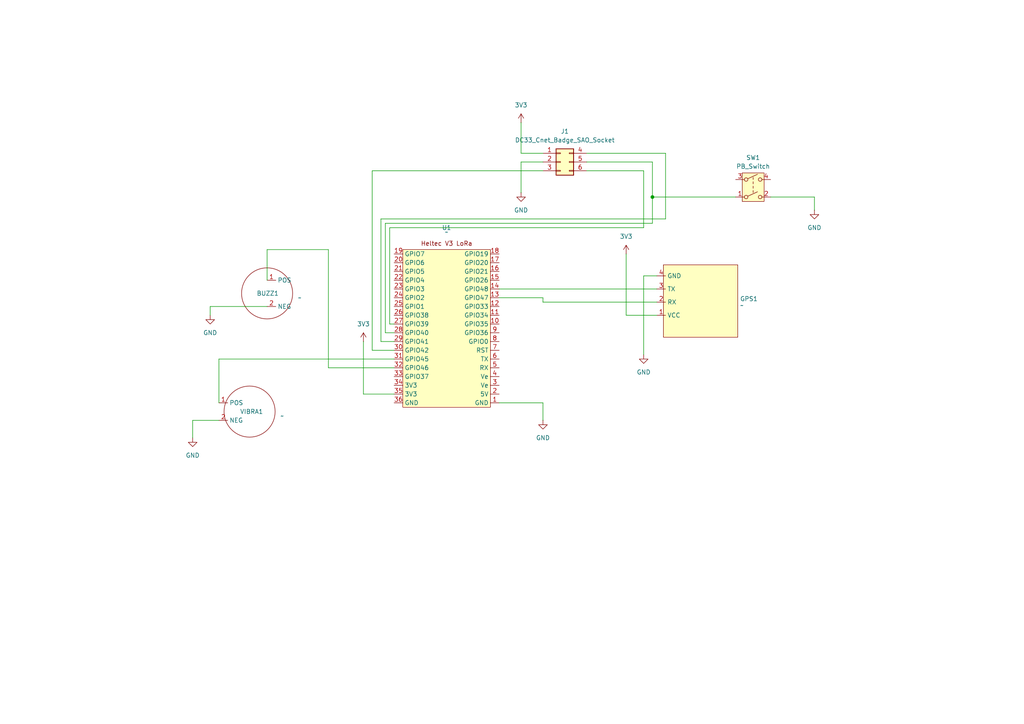
<source format=kicad_sch>
(kicad_sch (version 20250114) (generator "eeschema") (generator_version "9.0")
  (paper "A4")
  (lib_symbols
    (symbol "DC33_Cnet_Badge:DC33_Cnet_Badge_Buzzer"
      (property "Reference" "BUZZ" (at 0 0 0))
      (property "Footprint" "DC33_Cnet_Badge_Main:DC33_Cnet_Badge_Buzzer" (at 0.762 -12.446 0))
      (symbol "DC33_Cnet_Badge_Buzzer_0_1"
        (circle (center 0 0) (radius 7.4053))
      )
      (symbol "DC33_Cnet_Badge_Buzzer_1_1"
        (pin input line (at 0 3.81 0) (length 2.54) (name "POS") (number "1"))
        (pin input line (at 0 -3.81 0) (length 2.54) (name "NEG") (number "2"))
      )
    )
    (symbol "DC33_Cnet_Badge:DC33_Cnet_Badge_HiLetgo_GPS"
      (property "Reference" "GPS" (at 0 0 0))
      (symbol "DC33_Cnet_Badge_HiLetgo_GPS_1_1"
        (rectangle (start -10.795 10.795) (end 10.795 -10.16) (fill (type background)))
        (pin power_in line (at -12.7 7.62 0) (length 2.54) (name "GND") (number "4"))
        (pin output line (at -12.7 3.81 0) (length 2.54) (name "TX") (number "3"))
        (pin input line (at -12.7 0 0) (length 2.54) (name "RX") (number "2"))
        (pin power_in line (at -12.7 -3.81 0) (length 2.54) (name "VCC") (number "1"))
      )
    )
    (symbol "DC33_Cnet_Badge:DC33_Cnet_Badge_SAO_Socket" (pin_names (offset 1.016) (hide yes))
      (property "Reference" "J" (at 1.27 5.08 0))
      (property "Value" "DC33_Cnet_Badge_SAO_Socket" (at 1.27 -5.08 0))
      (symbol "DC33_Cnet_Badge_SAO_Socket_1_1"
        (rectangle (start -1.27 3.81) (end 3.81 -3.81) (stroke (width 0.254)) (fill (type background)))
        (rectangle (start -1.27 2.667) (end 0 2.413) (stroke (width 0.1524)))
        (rectangle (start -1.27 0.127) (end 0 -0.127) (stroke (width 0.1524)))
        (rectangle (start -1.27 -2.413) (end 0 -2.667) (stroke (width 0.1524)))
        (rectangle (start 3.81 2.667) (end 2.54 2.413) (stroke (width 0.1524)))
        (rectangle (start 3.81 0.127) (end 2.54 -0.127) (stroke (width 0.1524)))
        (rectangle (start 3.81 -2.413) (end 2.54 -2.667) (stroke (width 0.1524)))
        (pin power_in line (at -5.08 2.54 0) (length 3.81) (name "+3.3V") (number "1"))
        (pin power_in line (at -5.08 0 0) (length 3.81) (name "GND") (number "2"))
        (pin bidirectional line (at -5.08 -2.54 0) (length 3.81) (name "SDA") (number "3"))
        (pin bidirectional line (at 7.62 2.54 180) (length 3.81) (name "SCL") (number "4"))
        (pin bidirectional line (at 7.62 0 180) (length 3.81) (name "GPIO1") (number "5"))
        (pin bidirectional line (at 7.62 -2.54 180) (length 3.81) (name "GPIO2") (number "6"))
      )
    )
    (symbol "DC33_Cnet_Badge:DC33_Cnet_Badge_Vibra"
      (property "Reference" "VIBRA" (at 0 0 0))
      (symbol "DC33_Cnet_Badge_Vibra_0_1"
        (circle (center 0 0) (radius 7.4053))
      )
      (symbol "DC33_Cnet_Badge_Vibra_1_1"
        (pin input line (at -8.89 2.54 0) (length 2.54) (name "POS") (number "1"))
        (pin input line (at -8.89 -2.54 0) (length 2.54) (name "NEG") (number "2"))
      )
    )
    (symbol "DC33_Cnet_Badge:Heltec_V3_LoRa"
      (property "Reference" "U" (at 0 26.924 0))
      (symbol "Heltec_V3_LoRa_1_1"
        (rectangle (start -12.7 22.86) (end 12.7 -22.86) (fill (type background)))
        (text "Heltec V3 LoRa" (at 0 24.638 0) (effects (font (size 1.27 1.27))))
        (pin bidirectional line (at -15.24 21.59 0) (length 2.54) (name "GPIO7") (number "19"))
        (pin bidirectional line (at -15.24 19.05 0) (length 2.54) (name "GPIO6") (number "20"))
        (pin bidirectional line (at -15.24 16.51 0) (length 2.54) (name "GPIO5") (number "21"))
        (pin bidirectional line (at -15.24 13.97 0) (length 2.54) (name "GPIO4") (number "22"))
        (pin bidirectional line (at -15.24 11.43 0) (length 2.54) (name "GPIO3") (number "23"))
        (pin bidirectional line (at -15.24 8.89 0) (length 2.54) (name "GPIO2") (number "24"))
        (pin bidirectional line (at -15.24 6.35 0) (length 2.54) (name "GPIO1") (number "25"))
        (pin bidirectional line (at -15.24 3.81 0) (length 2.54) (name "GPIO38") (number "26"))
        (pin bidirectional line (at -15.24 1.27 0) (length 2.54) (name "GPIO39") (number "27"))
        (pin bidirectional line (at -15.24 -1.27 0) (length 2.54) (name "GPIO40") (number "28"))
        (pin bidirectional line (at -15.24 -3.81 0) (length 2.54) (name "GPIO41") (number "29"))
        (pin bidirectional line (at -15.24 -6.35 0) (length 2.54) (name "GPIO42") (number "30"))
        (pin bidirectional line (at -15.24 -8.89 0) (length 2.54) (name "GPIO45") (number "31"))
        (pin bidirectional line (at -15.24 -11.43 0) (length 2.54) (name "GPIO46") (number "32"))
        (pin bidirectional line (at -15.24 -13.97 0) (length 2.54) (name "GPIO37") (number "33"))
        (pin power_in line (at -15.24 -16.51 0) (length 2.54) (name "3V3") (number "34"))
        (pin power_in line (at -15.24 -19.05 0) (length 2.54) (name "3V3") (number "35"))
        (pin power_in line (at -15.24 -21.59 0) (length 2.54) (name "GND") (number "36"))
        (pin bidirectional line (at 15.24 21.59 180) (length 2.54) (name "GPIO19") (number "18"))
        (pin bidirectional line (at 15.24 19.05 180) (length 2.54) (name "GPIO20") (number "17"))
        (pin bidirectional line (at 15.24 16.51 180) (length 2.54) (name "GPIO21") (number "16"))
        (pin bidirectional line (at 15.24 13.97 180) (length 2.54) (name "GPIO26") (number "15"))
        (pin bidirectional line (at 15.24 11.43 180) (length 2.54) (name "GPIO48") (number "14"))
        (pin bidirectional line (at 15.24 8.89 180) (length 2.54) (name "GPIO47") (number "13"))
        (pin bidirectional line (at 15.24 6.35 180) (length 2.54) (name "GPIO33") (number "12"))
        (pin bidirectional line (at 15.24 3.81 180) (length 2.54) (name "GPIO34") (number "11"))
        (pin bidirectional line (at 15.24 1.27 180) (length 2.54) (name "GPIO35") (number "10"))
        (pin bidirectional line (at 15.24 -1.27 180) (length 2.54) (name "GPIO36") (number "9"))
        (pin bidirectional line (at 15.24 -3.81 180) (length 2.54) (name "GPIO0") (number "8"))
        (pin input line (at 15.24 -6.35 180) (length 2.54) (name "RST") (number "7"))
        (pin output line (at 15.24 -8.89 180) (length 2.54) (name "TX") (number "6"))
        (pin input line (at 15.24 -11.43 180) (length 2.54) (name "RX") (number "5"))
        (pin power_in line (at 15.24 -13.97 180) (length 2.54) (name "Ve") (number "4"))
        (pin power_in line (at 15.24 -16.51 180) (length 2.54) (name "Ve") (number "3"))
        (pin power_in line (at 15.24 -19.05 180) (length 2.54) (name "5V") (number "2"))
        (pin power_in line (at 15.24 -21.59 180) (length 2.54) (name "GND") (number "1"))
      )
    )
    (symbol "DC33_Cnet_Badge:PB_Switch" (pin_names (offset 0) (hide yes))
      (property "Reference" "SW" (at 0 6.35 0))
      (property "Value" "PB_Switch" (at 0 -5.08 0))
      (symbol "PB_Switch_0_0"
        (circle (center -2.032 2.54) (radius 0.508))
        (circle (center -2.032 -2.54) (radius 0.508))
        (polyline (pts (xy -1.524 2.794) (xy 1.27 4.064)))
        (polyline (pts (xy -1.524 -2.286) (xy 1.27 -1.016)))
        (polyline (pts (xy 0 2.54) (xy 0 3.175)))
        (polyline (pts (xy 0 1.27) (xy 0 1.905)))
        (polyline (pts (xy 0 0) (xy 0 0.635)))
        (polyline (pts (xy 0 -1.27) (xy 0 -0.635)))
        (circle (center 2.032 2.54) (radius 0.508))
        (circle (center 2.032 -2.54) (radius 0.508))
      )
      (symbol "PB_Switch_1_1"
        (rectangle (start -3.175 4.445) (end 3.175 -3.81) (fill (type background)))
        (pin passive line (at -5.08 2.54 0) (length 2.54) (name "3") (number "3"))
        (pin passive line (at -5.08 -2.54 0) (length 2.54) (name "1") (number "1"))
        (pin passive line (at 5.08 2.54 180) (length 2.54) (name "4") (number "4"))
        (pin passive line (at 5.08 -2.54 180) (length 2.54) (name "2") (number "2"))
      )
    )
    (symbol "power:GND" (power) (pin_numbers (hide yes)) (pin_names (offset 0) (hide yes))
      (property "Value" "GND" (at 0 -3.81 0))
      (symbol "GND_0_1"
        (polyline (pts (xy 0 0) (xy 0 -1.27) (xy 1.27 -1.27) (xy 0 -2.54) (xy -1.27 -1.27) (xy 0 -1.27)))
      )
      (symbol "GND_1_1"
        (pin power_in line (at 0 0 270) (length 0) (name "~") (number "1"))
      )
    )
    (symbol "power:VCC" (power) (pin_numbers (hide yes)) (pin_names (offset 0) (hide yes))
      (property "Value" "VCC" (at 0 3.556 0))
      (symbol "VCC_0_1"
        (polyline (pts (xy -0.762 1.27) (xy 0 2.54)))
        (polyline (pts (xy 0 2.54) (xy 0.762 1.27)))
        (polyline (pts (xy 0 0) (xy 0 2.54)))
      )
      (symbol "VCC_1_1"
        (pin power_in line (at 0 0 90) (length 0) (name "~") (number "1"))
      )
    )
  )
  (junction (at 189.23 57.15))
  (wire (pts (xy 114.3 101.6) (xy 107.95 101.6)))
  (wire (pts (xy 95.25 72.39) (xy 77.47 72.39)))
  (wire (pts (xy 157.48 44.45) (xy 151.13 44.45)))
  (wire (pts (xy 113.03 93.98) (xy 113.03 66.04)))
  (wire (pts (xy 60.96 88.9) (xy 60.96 91.44)))
  (wire (pts (xy 77.47 72.39) (xy 77.47 81.28)))
  (wire (pts (xy 95.25 106.68) (xy 95.25 72.39)))
  (wire (pts (xy 63.5 121.92) (xy 55.88 121.92)))
  (wire (pts (xy 157.48 46.99) (xy 151.13 46.99)))
  (wire (pts (xy 189.23 64.77) (xy 189.23 57.15)))
  (wire (pts (xy 113.03 66.04) (xy 186.69 66.04)))
  (wire (pts (xy 114.3 96.52) (xy 111.76 96.52)))
  (wire (pts (xy 181.61 73.66) (xy 181.61 91.44)))
  (wire (pts (xy 144.78 83.82) (xy 190.5 83.82)))
  (wire (pts (xy 157.48 116.84) (xy 157.48 121.92)))
  (wire (pts (xy 189.23 46.99) (xy 170.18 46.99)))
  (wire (pts (xy 157.48 87.63) (xy 190.5 87.63)))
  (wire (pts (xy 186.69 80.01) (xy 186.69 102.87)))
  (wire (pts (xy 95.25 106.68) (xy 114.3 106.68)))
  (wire (pts (xy 157.48 87.63) (xy 157.48 86.36)))
  (wire (pts (xy 223.52 57.15) (xy 236.22 57.15)))
  (wire (pts (xy 111.76 96.52) (xy 111.76 64.77)))
  (wire (pts (xy 110.49 63.5) (xy 193.04 63.5)))
  (wire (pts (xy 55.88 121.92) (xy 55.88 127)))
  (wire (pts (xy 190.5 80.01) (xy 186.69 80.01)))
  (wire (pts (xy 77.47 88.9) (xy 60.96 88.9)))
  (wire (pts (xy 186.69 66.04) (xy 186.69 49.53)))
  (wire (pts (xy 63.5 104.14) (xy 63.5 116.84)))
  (wire (pts (xy 144.78 116.84) (xy 157.48 116.84)))
  (wire (pts (xy 105.41 114.3) (xy 105.41 99.06)))
  (wire (pts (xy 151.13 44.45) (xy 151.13 35.56)))
  (wire (pts (xy 114.3 93.98) (xy 113.03 93.98)))
  (wire (pts (xy 236.22 57.15) (xy 236.22 60.96)))
  (wire (pts (xy 193.04 63.5) (xy 193.04 44.45)))
  (wire (pts (xy 107.95 101.6) (xy 107.95 49.53)))
  (wire (pts (xy 189.23 57.15) (xy 213.36 57.15)))
  (wire (pts (xy 63.5 104.14) (xy 114.3 104.14)))
  (wire (pts (xy 114.3 114.3) (xy 105.41 114.3)))
  (wire (pts (xy 151.13 46.99) (xy 151.13 55.88)))
  (wire (pts (xy 110.49 99.06) (xy 110.49 63.5)))
  (wire (pts (xy 190.5 91.44) (xy 181.61 91.44)))
  (wire (pts (xy 193.04 44.45) (xy 170.18 44.45)))
  (wire (pts (xy 189.23 57.15) (xy 189.23 46.99)))
  (wire (pts (xy 114.3 99.06) (xy 110.49 99.06)))
  (wire (pts (xy 157.48 86.36) (xy 144.78 86.36)))
  (wire (pts (xy 111.76 64.77) (xy 189.23 64.77)))
  (wire (pts (xy 186.69 49.53) (xy 170.18 49.53)))
  (wire (pts (xy 107.95 49.53) (xy 157.48 49.53)))
  (symbol (lib_id "DC33_Cnet_Badge:DC33_Cnet_Badge_HiLetgo_GPS") (at 203.2 87.63 0) (unit 1)
    (property "Reference" "GPS1" (at 214.63 86.6774 0) (effects (justify left)))
    (property "Value" "~" (at 214.63 88.5825 0) (effects (justify left)))
    (property "Footprint" "DC33_Cnet_Badge_Main:DC33_Cnet_Badge_HiLetgo_GPS" (effects (hide yes)))
  )
  (symbol (lib_id "power:GND") (at 157.48 121.92 0) (unit 1)
    (property "Reference" "#PWR07" (effects (hide yes)))
    (property "Value" "GND" (at 157.48 127 0))
    (property "Description" "Power symbol creates a global label with name \"GND\" , ground" (effects (hide yes)))
  )
  (symbol (lib_id "power:GND") (at 236.22 60.96 0) (unit 1)
    (property "Reference" "#PWR09" (effects (hide yes)))
    (property "Value" "GND" (at 236.22 66.04 0))
    (property "Description" "Power symbol creates a global label with name \"GND\" , ground" (effects (hide yes)))
  )
  (symbol (lib_id "power:VCC") (at 181.61 73.66 0) (unit 1)
    (property "Reference" "#PWR02" (effects (hide yes)))
    (property "Value" "3V3" (at 181.61 68.58 0))
    (property "Description" "Power symbol creates a global label with name \"VCC\"" (effects (hide yes)))
  )
  (symbol (lib_id "DC33_Cnet_Badge:DC33_Cnet_Badge_SAO_Socket") (at 162.56 46.99 0) (unit 1)
    (property "Reference" "J1" (at 163.83 38.1 0))
    (property "Value" "DC33_Cnet_Badge_SAO_Socket" (at 163.83 40.64 0))
    (property "Footprint" "DC33_Cnet_Badge_Main:DC33_Cnet_Badge_SAO_Socket" (effects (hide yes)))
    (property "Description" "Generic connector, double row, 02x03, top/bottom pin numbering scheme (row 1: 1...pins_per_row, row2: pins_per_row+1 ... num_pins), script generated (kicad-library-utils/schlib/autogen/connector/)" (effects (hide yes)))
  )
  (symbol (lib_id "DC33_Cnet_Badge:PB_Switch") (at 218.44 54.61 0) (unit 1)
    (property "Reference" "SW1" (at 218.44 45.72 0))
    (property "Value" "PB_Switch" (at 218.44 48.26 0))
    (property "Footprint" "DC33_Cnet_Badge_Main:PB_Switch" (effects (hide yes)))
    (property "Description" "Double Pole Single Throw (DPST) Switch" (effects (hide yes)))
  )
  (symbol (lib_id "DC33_Cnet_Badge:DC33_Cnet_Badge_Buzzer") (at 77.47 85.09 0) (unit 1)
    (property "Reference" "BUZZ1" (at 74.422 85.09 0) (effects (justify left)))
    (property "Value" "~" (at 86.36 86.36 0) (effects (justify left)))
    (property "Footprint" "DC33_Cnet_Badge_Main:DC33_Cnet_Badge_Buzzer" (effects (hide yes)))
  )
  (symbol (lib_id "DC33_Cnet_Badge:Heltec_V3_LoRa") (at 129.54 95.25 0) (unit 1)
    (property "Reference" "U1" (at 129.54 66.04 0))
    (property "Value" "~" (at 129.54 67.31 0))
    (property "Footprint" "DC33_Cnet_Badge_Main:DC33_Cnet_Badge_Heltec_V3_LoRa" (effects (hide yes)))
  )
  (symbol (lib_id "power:VCC") (at 105.41 99.06 0) (unit 1)
    (property "Reference" "#PWR01" (effects (hide yes)))
    (property "Value" "3V3" (at 105.41 93.98 0))
    (property "Description" "Power symbol creates a global label with name \"VCC\"" (effects (hide yes)))
  )
  (symbol (lib_id "power:GND") (at 151.13 55.88 0) (unit 1)
    (property "Reference" "#PWR08" (effects (hide yes)))
    (property "Value" "GND" (at 151.13 60.96 0))
    (property "Description" "Power symbol creates a global label with name \"GND\" , ground" (effects (hide yes)))
  )
  (symbol (lib_id "power:GND") (at 55.88 127 0) (unit 1)
    (property "Reference" "#PWR03" (effects (hide yes)))
    (property "Value" "GND" (at 55.88 132.08 0))
    (property "Description" "Power symbol creates a global label with name \"GND\" , ground" (effects (hide yes)))
  )
  (symbol (lib_id "power:GND") (at 60.96 91.44 0) (unit 1)
    (property "Reference" "#PWR04" (effects (hide yes)))
    (property "Value" "GND" (at 60.96 96.52 0))
    (property "Description" "Power symbol creates a global label with name \"GND\" , ground" (effects (hide yes)))
  )
  (symbol (lib_id "power:GND") (at 186.69 102.87 0) (unit 1)
    (property "Reference" "#PWR05" (effects (hide yes)))
    (property "Value" "GND" (at 186.69 107.95 0))
    (property "Description" "Power symbol creates a global label with name \"GND\" , ground" (effects (hide yes)))
  )
  (symbol (lib_id "power:VCC") (at 151.13 35.56 0) (unit 1)
    (property "Reference" "#PWR06" (effects (hide yes)))
    (property "Value" "3V3" (at 151.13 30.48 0))
    (property "Description" "Power symbol creates a global label with name \"VCC\"" (effects (hide yes)))
  )
  (symbol (lib_id "DC33_Cnet_Badge:DC33_Cnet_Badge_Vibra") (at 72.39 119.38 0) (unit 1)
    (property "Reference" "VIBRA1" (at 69.596 119.38 0) (effects (justify left)))
    (property "Value" "~" (at 81.28 120.65 0) (effects (justify left)))
    (property "Footprint" "DC33_Cnet_Badge_Main:DC33_Cnet_Badge_Vibra" (effects (hide yes)))
  )
)
</source>
